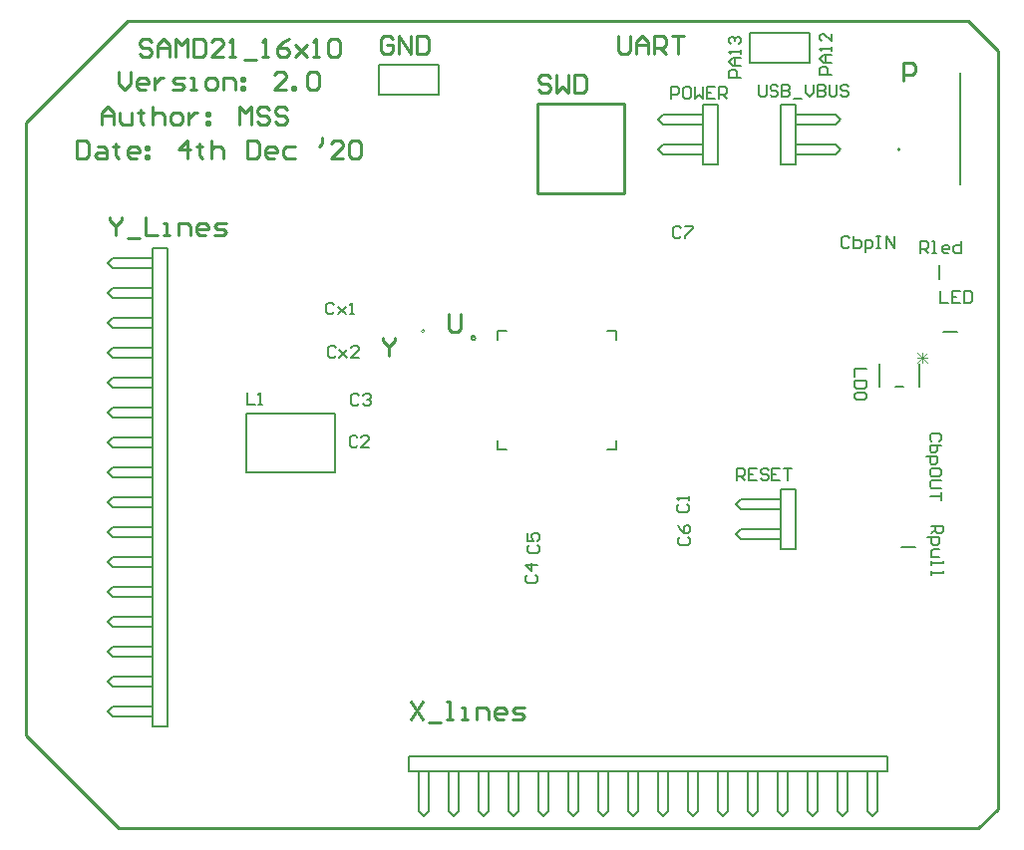
<source format=gto>
G04*
G04 #@! TF.GenerationSoftware,Altium Limited,Altium Designer,20.1.14 (287)*
G04*
G04 Layer_Color=65535*
%FSLAX44Y44*%
%MOMM*%
G71*
G04*
G04 #@! TF.SameCoordinates,01BF520F-FA88-4C74-87B3-3C0DA752D8B3*
G04*
G04*
G04 #@! TF.FilePolarity,Positive*
G04*
G01*
G75*
%ADD10C,0.0000*%
%ADD11C,0.2000*%
%ADD12C,0.0500*%
%ADD13C,0.2540*%
%ADD14C,0.1270*%
%ADD15C,0.1524*%
%ADD16C,0.1500*%
%ADD17C,0.0762*%
D10*
X1619930Y1294260D02*
G03*
X1619930Y1294260I-1270J0D01*
G01*
D11*
X1259223Y1134160D02*
G03*
X1259223Y1134160I-1803J0D01*
G01*
X1139860Y1020210D02*
Y1045210D01*
X1064860Y1020210D02*
X1139860D01*
X1064860D02*
Y1070210D01*
X1139860D01*
Y1045210D02*
Y1070210D01*
X985520Y1210310D02*
X998220D01*
X985520Y803910D02*
Y1210310D01*
Y803910D02*
X998220D01*
X951653Y1201843D02*
X985520D01*
X947420Y1197610D02*
X951653Y1201843D01*
X947420Y1197610D02*
X951653Y1193377D01*
X985520D01*
X951653Y1176443D02*
X985520D01*
X947420Y1172210D02*
X951653Y1176443D01*
X947420Y1172210D02*
X951653Y1167977D01*
X985520D01*
X951653Y1151043D02*
X985520D01*
X947420Y1146810D02*
X951653Y1151043D01*
X947420Y1146810D02*
X951653Y1142577D01*
X985520D01*
X951653Y1125643D02*
X985520D01*
X947420Y1121410D02*
X951653Y1125643D01*
X947420Y1121410D02*
X951653Y1117177D01*
X985520D01*
X951653Y1100243D02*
X985520D01*
X947420Y1096010D02*
X951653Y1100243D01*
X947420Y1096010D02*
X951653Y1091777D01*
X985520D01*
X951653Y1074843D02*
X985520D01*
X947420Y1070610D02*
X951653Y1074843D01*
X947420Y1070610D02*
X951653Y1066377D01*
X985520D01*
X951653Y1049443D02*
X985520D01*
X947420Y1045210D02*
X951653Y1049443D01*
X947420Y1045210D02*
X951653Y1040977D01*
X985520D01*
X951653Y1024043D02*
X985520D01*
X947420Y1019810D02*
X951653Y1024043D01*
X947420Y1019810D02*
X951653Y1015577D01*
X985520D01*
X951653Y998643D02*
X985520D01*
X947420Y994410D02*
X951653Y998643D01*
X947420Y994410D02*
X951653Y990177D01*
X985520D01*
X951653Y973243D02*
X985520D01*
X947420Y969010D02*
X951653Y973243D01*
X947420Y969010D02*
X951653Y964777D01*
X985520D01*
X951653Y947843D02*
X985520D01*
X947420Y943610D02*
X951653Y947843D01*
X947420Y943610D02*
X951653Y939377D01*
X985520D01*
X951653Y922443D02*
X985520D01*
X947420Y918210D02*
X951653Y922443D01*
X947420Y918210D02*
X951653Y913977D01*
X985520D01*
X951653Y897043D02*
X985520D01*
X947420Y892810D02*
X951653Y897043D01*
X947420Y892810D02*
X951653Y888577D01*
X985520D01*
X951653Y871643D02*
X985520D01*
X947420Y867410D02*
X951653Y871643D01*
X947420Y867410D02*
X951653Y863177D01*
X985520D01*
X951653Y846243D02*
X985520D01*
X947420Y842010D02*
X951653Y846243D01*
X947420Y842010D02*
X951653Y837777D01*
X985520D01*
X951653Y820843D02*
X985520D01*
X947420Y816610D02*
X951653Y820843D01*
X947420Y816610D02*
X951653Y812377D01*
X985520D01*
X998220Y1191260D02*
Y1210310D01*
Y803910D02*
Y1191260D01*
X1177290Y1341120D02*
Y1366520D01*
X1228090D01*
Y1341120D02*
Y1366520D01*
X1177290Y1341120D02*
X1228090D01*
X1492250Y1367790D02*
Y1393190D01*
X1543050D01*
Y1367790D02*
Y1393190D01*
X1492250Y1367790D02*
X1543050D01*
X1202690Y765810D02*
Y778510D01*
Y765810D02*
X1609090D01*
Y778510D01*
X1211157Y731943D02*
Y765810D01*
Y731943D02*
X1215390Y727710D01*
X1219623Y731943D01*
Y765810D01*
X1236557Y731943D02*
Y765810D01*
Y731943D02*
X1240790Y727710D01*
X1245023Y731943D01*
Y765810D01*
X1261957Y731943D02*
Y765810D01*
Y731943D02*
X1266190Y727710D01*
X1270423Y731943D01*
Y765810D01*
X1287357Y731943D02*
Y765810D01*
Y731943D02*
X1291590Y727710D01*
X1295823Y731943D01*
Y765810D01*
X1312757Y731943D02*
Y765810D01*
Y731943D02*
X1316990Y727710D01*
X1321223Y731943D01*
Y765810D01*
X1338157Y731943D02*
Y765810D01*
Y731943D02*
X1342390Y727710D01*
X1346623Y731943D01*
Y765810D01*
X1363557Y731943D02*
Y765810D01*
Y731943D02*
X1367790Y727710D01*
X1372023Y731943D01*
Y765810D01*
X1388957Y731943D02*
Y765810D01*
Y731943D02*
X1393190Y727710D01*
X1397423Y731943D01*
Y765810D01*
X1414357Y731943D02*
Y765810D01*
Y731943D02*
X1418590Y727710D01*
X1422823Y731943D01*
Y765810D01*
X1439757Y731943D02*
Y765810D01*
Y731943D02*
X1443990Y727710D01*
X1448223Y731943D01*
Y765810D01*
X1465157Y731943D02*
Y765810D01*
Y731943D02*
X1469390Y727710D01*
X1473623Y731943D01*
Y765810D01*
X1490557Y731943D02*
Y765810D01*
Y731943D02*
X1494790Y727710D01*
X1499023Y731943D01*
Y765810D01*
X1515957Y731943D02*
Y765810D01*
Y731943D02*
X1520190Y727710D01*
X1524423Y731943D01*
Y765810D01*
X1541357Y731943D02*
Y765810D01*
Y731943D02*
X1545590Y727710D01*
X1549823Y731943D01*
Y765810D01*
X1566757Y731943D02*
Y765810D01*
Y731943D02*
X1570990Y727710D01*
X1575223Y731943D01*
Y765810D01*
X1592157Y731943D02*
Y765810D01*
Y731943D02*
X1596390Y727710D01*
X1600623Y731943D01*
Y765810D01*
X1202690Y778510D02*
X1221740D01*
X1609090D01*
X1531620Y1281430D02*
Y1332230D01*
X1518920D02*
X1531620D01*
X1518920Y1281430D02*
X1531620D01*
X1518920D02*
Y1332230D01*
X1531620Y1289897D02*
X1565487D01*
X1569720Y1294130D01*
X1565487Y1298363D02*
X1569720Y1294130D01*
X1531620Y1298363D02*
X1565487D01*
X1531620Y1315297D02*
X1565487D01*
X1569720Y1319530D01*
X1565487Y1323763D02*
X1569720Y1319530D01*
X1531620Y1323763D02*
X1565487D01*
X1620870Y956310D02*
X1632870D01*
X1653540Y1183990D02*
Y1195990D01*
X1518920Y955040D02*
Y1005840D01*
Y955040D02*
X1531620D01*
X1518920Y1005840D02*
X1531620D01*
Y955040D02*
Y1005840D01*
X1485053Y997373D02*
X1518920D01*
X1480820Y993140D02*
X1485053Y997373D01*
X1480820Y993140D02*
X1485053Y988907D01*
X1485053Y988907D02*
X1518920D01*
X1485053Y971973D02*
X1518920D01*
X1480820Y967740D02*
X1485053Y971973D01*
X1480820Y967740D02*
X1485053Y963507D01*
X1518920D01*
X1452880Y1281430D02*
Y1332230D01*
Y1281430D02*
X1465580D01*
X1452880Y1332230D02*
X1465580D01*
Y1281430D02*
Y1332230D01*
X1419013Y1323763D02*
X1452880D01*
X1414780Y1319530D02*
X1419013Y1323763D01*
X1414780Y1319530D02*
X1419013Y1315297D01*
X1419013Y1315297D02*
X1452880D01*
X1419013Y1298363D02*
X1452880D01*
X1414780Y1294130D02*
X1419013Y1298363D01*
X1414780Y1294130D02*
X1419013Y1289897D01*
X1452880D01*
X1656430Y1139300D02*
X1668430D01*
D12*
X1216224Y1139900D02*
G03*
X1216224Y1139900I-1414J0D01*
G01*
D13*
X1703070Y734060D02*
Y737870D01*
Y938530D01*
X1686560Y717550D02*
X1703070Y734060D01*
X956310Y717550D02*
X1686560D01*
X877570Y796290D02*
X956310Y717550D01*
X877570Y1316990D02*
X877570Y796290D01*
X877570Y1316990D02*
X963930Y1403350D01*
X1220470D01*
X1703070Y938530D02*
Y1374775D01*
X1220470Y1403350D02*
X1677670D01*
X1703070Y1377950D01*
Y1371600D02*
Y1377950D01*
X1311910Y1333500D02*
X1385570D01*
Y1257300D02*
Y1333500D01*
X1311910Y1257300D02*
X1385570D01*
X1311910D02*
Y1333500D01*
X920750Y1301745D02*
Y1286510D01*
X928367D01*
X930907Y1289049D01*
Y1299206D01*
X928367Y1301745D01*
X920750D01*
X938524Y1296667D02*
X943603D01*
X946142Y1294128D01*
Y1286510D01*
X938524D01*
X935985Y1289049D01*
X938524Y1291588D01*
X946142D01*
X953759Y1299206D02*
Y1296667D01*
X951220D01*
X956299D01*
X953759D01*
Y1289049D01*
X956299Y1286510D01*
X971534D02*
X966455D01*
X963916Y1289049D01*
Y1294128D01*
X966455Y1296667D01*
X971534D01*
X974073Y1294128D01*
Y1291588D01*
X963916D01*
X979151Y1296667D02*
X981690D01*
Y1294128D01*
X979151D01*
Y1296667D01*
Y1289049D02*
X981690D01*
Y1286510D01*
X979151D01*
Y1289049D01*
X1014700Y1286510D02*
Y1301745D01*
X1007082Y1294128D01*
X1017239D01*
X1024856Y1299206D02*
Y1296667D01*
X1022317D01*
X1027395D01*
X1024856D01*
Y1289049D01*
X1027395Y1286510D01*
X1035013Y1301745D02*
Y1286510D01*
Y1294128D01*
X1037552Y1296667D01*
X1042631D01*
X1045170Y1294128D01*
Y1286510D01*
X1065483Y1301745D02*
Y1286510D01*
X1073101D01*
X1075640Y1289049D01*
Y1299206D01*
X1073101Y1301745D01*
X1065483D01*
X1088336Y1286510D02*
X1083257D01*
X1080718Y1289049D01*
Y1294128D01*
X1083257Y1296667D01*
X1088336D01*
X1090875Y1294128D01*
Y1291588D01*
X1080718D01*
X1106110Y1296667D02*
X1098493D01*
X1095953Y1294128D01*
Y1289049D01*
X1098493Y1286510D01*
X1106110D01*
X1128963Y1304284D02*
Y1299206D01*
X1126423Y1296667D01*
X1146737Y1286510D02*
X1136580D01*
X1146737Y1296667D01*
Y1299206D01*
X1144198Y1301745D01*
X1139119D01*
X1136580Y1299206D01*
X1151815D02*
X1154354Y1301745D01*
X1159433D01*
X1161972Y1299206D01*
Y1289049D01*
X1159433Y1286510D01*
X1154354D01*
X1151815Y1289049D01*
Y1299206D01*
X942340Y1315720D02*
Y1325877D01*
X947418Y1330955D01*
X952497Y1325877D01*
Y1315720D01*
Y1323338D01*
X942340D01*
X957575Y1325877D02*
Y1318259D01*
X960114Y1315720D01*
X967732D01*
Y1325877D01*
X975349Y1328416D02*
Y1325877D01*
X972810D01*
X977888D01*
X975349D01*
Y1318259D01*
X977888Y1315720D01*
X985506Y1330955D02*
Y1315720D01*
Y1323338D01*
X988045Y1325877D01*
X993124D01*
X995663Y1323338D01*
Y1315720D01*
X1003280D02*
X1008359D01*
X1010898Y1318259D01*
Y1323338D01*
X1008359Y1325877D01*
X1003280D01*
X1000741Y1323338D01*
Y1318259D01*
X1003280Y1315720D01*
X1015976Y1325877D02*
Y1315720D01*
Y1320798D01*
X1018515Y1323338D01*
X1021055Y1325877D01*
X1023594D01*
X1031211D02*
X1033750D01*
Y1323338D01*
X1031211D01*
Y1325877D01*
Y1318259D02*
X1033750D01*
Y1315720D01*
X1031211D01*
Y1318259D01*
X1059142Y1315720D02*
Y1330955D01*
X1064221Y1325877D01*
X1069299Y1330955D01*
Y1315720D01*
X1084534Y1328416D02*
X1081995Y1330955D01*
X1076917D01*
X1074377Y1328416D01*
Y1325877D01*
X1076917Y1323338D01*
X1081995D01*
X1084534Y1320798D01*
Y1318259D01*
X1081995Y1315720D01*
X1076917D01*
X1074377Y1318259D01*
X1099769Y1328416D02*
X1097230Y1330955D01*
X1092151D01*
X1089612Y1328416D01*
Y1325877D01*
X1092151Y1323338D01*
X1097230D01*
X1099769Y1320798D01*
Y1318259D01*
X1097230Y1315720D01*
X1092151D01*
X1089612Y1318259D01*
X956310Y1360165D02*
Y1350008D01*
X961388Y1344930D01*
X966467Y1350008D01*
Y1360165D01*
X979163Y1344930D02*
X974084D01*
X971545Y1347469D01*
Y1352547D01*
X974084Y1355087D01*
X979163D01*
X981702Y1352547D01*
Y1350008D01*
X971545D01*
X986780Y1355087D02*
Y1344930D01*
Y1350008D01*
X989319Y1352547D01*
X991859Y1355087D01*
X994398D01*
X1002015Y1344930D02*
X1009633D01*
X1012172Y1347469D01*
X1009633Y1350008D01*
X1004554D01*
X1002015Y1352547D01*
X1004554Y1355087D01*
X1012172D01*
X1017250Y1344930D02*
X1022329D01*
X1019790D01*
Y1355087D01*
X1017250D01*
X1032485Y1344930D02*
X1037564D01*
X1040103Y1347469D01*
Y1352547D01*
X1037564Y1355087D01*
X1032485D01*
X1029946Y1352547D01*
Y1347469D01*
X1032485Y1344930D01*
X1045181D02*
Y1355087D01*
X1052799D01*
X1055338Y1352547D01*
Y1344930D01*
X1060416Y1355087D02*
X1062955D01*
Y1352547D01*
X1060416D01*
Y1355087D01*
Y1347469D02*
X1062955D01*
Y1344930D01*
X1060416D01*
Y1347469D01*
X1098504Y1344930D02*
X1088347D01*
X1098504Y1355087D01*
Y1357626D01*
X1095965Y1360165D01*
X1090887D01*
X1088347Y1357626D01*
X1103582Y1344930D02*
Y1347469D01*
X1106122D01*
Y1344930D01*
X1103582D01*
X1116278Y1357626D02*
X1118817Y1360165D01*
X1123896D01*
X1126435Y1357626D01*
Y1347469D01*
X1123896Y1344930D01*
X1118817D01*
X1116278Y1347469D01*
Y1357626D01*
X984247Y1385565D02*
X981708Y1388104D01*
X976629D01*
X974090Y1385565D01*
Y1383026D01*
X976629Y1380487D01*
X981708D01*
X984247Y1377948D01*
Y1375408D01*
X981708Y1372869D01*
X976629D01*
X974090Y1375408D01*
X989325Y1372869D02*
Y1383026D01*
X994403Y1388104D01*
X999482Y1383026D01*
Y1372869D01*
Y1380487D01*
X989325D01*
X1004560Y1372869D02*
Y1388104D01*
X1009639Y1383026D01*
X1014717Y1388104D01*
Y1372869D01*
X1019795Y1388104D02*
Y1372869D01*
X1027413D01*
X1029952Y1375408D01*
Y1385565D01*
X1027413Y1388104D01*
X1019795D01*
X1045187Y1372869D02*
X1035030D01*
X1045187Y1383026D01*
Y1385565D01*
X1042648Y1388104D01*
X1037570D01*
X1035030Y1385565D01*
X1050265Y1372869D02*
X1055344D01*
X1052804D01*
Y1388104D01*
X1050265Y1385565D01*
X1062961Y1370330D02*
X1073118D01*
X1078196Y1372869D02*
X1083275D01*
X1080735D01*
Y1388104D01*
X1078196Y1385565D01*
X1101049Y1388104D02*
X1095971Y1385565D01*
X1090892Y1380487D01*
Y1375408D01*
X1093431Y1372869D01*
X1098510D01*
X1101049Y1375408D01*
Y1377948D01*
X1098510Y1380487D01*
X1090892D01*
X1106127Y1383026D02*
X1116284Y1372869D01*
X1111206Y1377948D01*
X1116284Y1383026D01*
X1106127Y1372869D01*
X1121362D02*
X1126441D01*
X1123902D01*
Y1388104D01*
X1121362Y1385565D01*
X1134058D02*
X1136597Y1388104D01*
X1141676D01*
X1144215Y1385565D01*
Y1375408D01*
X1141676Y1372869D01*
X1136597D01*
X1134058Y1375408D01*
Y1385565D01*
X1188971Y1387852D02*
X1186432Y1390391D01*
X1181353D01*
X1178814Y1387852D01*
Y1377695D01*
X1181353Y1375156D01*
X1186432D01*
X1188971Y1377695D01*
Y1382773D01*
X1183892D01*
X1194049Y1375156D02*
Y1390391D01*
X1204206Y1375156D01*
Y1390391D01*
X1209284D02*
Y1375156D01*
X1216902D01*
X1219441Y1377695D01*
Y1387852D01*
X1216902Y1390391D01*
X1209284D01*
X948944Y1236721D02*
Y1234182D01*
X954022Y1229103D01*
X959101Y1234182D01*
Y1236721D01*
X954022Y1229103D02*
Y1221486D01*
X964179Y1218947D02*
X974336D01*
X979414Y1236721D02*
Y1221486D01*
X989571D01*
X994649D02*
X999728D01*
X997188D01*
Y1231643D01*
X994649D01*
X1007345Y1221486D02*
Y1231643D01*
X1014963D01*
X1017502Y1229103D01*
Y1221486D01*
X1030198D02*
X1025119D01*
X1022580Y1224025D01*
Y1229103D01*
X1025119Y1231643D01*
X1030198D01*
X1032737Y1229103D01*
Y1226564D01*
X1022580D01*
X1037815Y1221486D02*
X1045433D01*
X1047972Y1224025D01*
X1045433Y1226564D01*
X1040354D01*
X1037815Y1229103D01*
X1040354Y1231643D01*
X1047972D01*
X1204214Y825241D02*
X1214371Y810006D01*
Y825241D02*
X1204214Y810006D01*
X1219449Y807467D02*
X1229606D01*
X1234684Y810006D02*
X1239762D01*
X1237223D01*
Y825241D01*
X1234684D01*
X1247380Y810006D02*
X1252458D01*
X1249919D01*
Y820163D01*
X1247380D01*
X1260076Y810006D02*
Y820163D01*
X1267693D01*
X1270233Y817624D01*
Y810006D01*
X1282928D02*
X1277850D01*
X1275311Y812545D01*
Y817624D01*
X1277850Y820163D01*
X1282928D01*
X1285468Y817624D01*
Y815084D01*
X1275311D01*
X1290546Y810006D02*
X1298164D01*
X1300703Y812545D01*
X1298164Y815084D01*
X1293085D01*
X1290546Y817624D01*
X1293085Y820163D01*
X1300703D01*
X1380499Y1390647D02*
Y1377952D01*
X1383038Y1375412D01*
X1388117D01*
X1390656Y1377952D01*
Y1390647D01*
X1395734Y1375412D02*
Y1385569D01*
X1400813Y1390647D01*
X1405891Y1385569D01*
Y1375412D01*
Y1383030D01*
X1395734D01*
X1410969Y1375412D02*
Y1390647D01*
X1418587D01*
X1421126Y1388108D01*
Y1383030D01*
X1418587Y1380491D01*
X1410969D01*
X1416048D02*
X1421126Y1375412D01*
X1426204Y1390647D02*
X1436361D01*
X1431283D01*
Y1375412D01*
X1236726Y1154171D02*
Y1141475D01*
X1239265Y1138936D01*
X1244343D01*
X1246883Y1141475D01*
Y1154171D01*
X1623062Y1352552D02*
Y1367787D01*
X1630679D01*
X1633218Y1365248D01*
Y1360170D01*
X1630679Y1357631D01*
X1623062D01*
X1181102Y1134108D02*
Y1131568D01*
X1186180Y1126490D01*
X1191258Y1131568D01*
Y1134108D01*
X1186180Y1126490D02*
Y1118873D01*
X1323337Y1355086D02*
X1320797Y1357625D01*
X1315719D01*
X1313180Y1355086D01*
Y1352547D01*
X1315719Y1350007D01*
X1320797D01*
X1323337Y1347468D01*
Y1344929D01*
X1320797Y1342390D01*
X1315719D01*
X1313180Y1344929D01*
X1328415Y1357625D02*
Y1342390D01*
X1333493Y1347468D01*
X1338572Y1342390D01*
Y1357625D01*
X1343650D02*
Y1342390D01*
X1351268D01*
X1353807Y1344929D01*
Y1355086D01*
X1351268Y1357625D01*
X1343650D01*
D14*
X1670660Y1264260D02*
Y1359260D01*
X1370920Y1039160D02*
X1378920D01*
Y1047160D01*
X1277920Y1039160D02*
X1285920D01*
X1277920D02*
Y1047160D01*
X1378920Y1132160D02*
Y1140160D01*
X1370920D02*
X1378920D01*
X1277920Y1132160D02*
Y1140160D01*
X1285920D01*
D15*
X1602486Y1092581D02*
Y1112139D01*
X1615617Y1092581D02*
X1622883D01*
X1636014D02*
Y1112139D01*
D16*
X1160384Y1085372D02*
X1158718Y1087038D01*
X1155386D01*
X1153719Y1085372D01*
Y1078708D01*
X1155386Y1077042D01*
X1158718D01*
X1160384Y1078708D01*
X1163716Y1085372D02*
X1165382Y1087038D01*
X1168715D01*
X1170381Y1085372D01*
Y1083706D01*
X1168715Y1082040D01*
X1167048D01*
X1168715D01*
X1170381Y1080374D01*
Y1078708D01*
X1168715Y1077042D01*
X1165382D01*
X1163716Y1078708D01*
X1159114Y1049812D02*
X1157448Y1051478D01*
X1154116D01*
X1152449Y1049812D01*
Y1043148D01*
X1154116Y1041482D01*
X1157448D01*
X1159114Y1043148D01*
X1169111Y1041482D02*
X1162446D01*
X1169111Y1048146D01*
Y1049812D01*
X1167445Y1051478D01*
X1164112D01*
X1162446Y1049812D01*
X1065276Y1087719D02*
Y1077722D01*
X1071941D01*
X1075273D02*
X1078605D01*
X1076939D01*
Y1087719D01*
X1075273Y1086053D01*
X1484400Y1355320D02*
X1474403D01*
Y1360318D01*
X1476069Y1361985D01*
X1479402D01*
X1481068Y1360318D01*
Y1355320D01*
X1484400Y1365317D02*
X1477735D01*
X1474403Y1368649D01*
X1477735Y1371981D01*
X1484400D01*
X1479402D01*
Y1365317D01*
X1484400Y1375314D02*
Y1378646D01*
Y1376980D01*
X1474403D01*
X1476069Y1375314D01*
Y1383644D02*
X1474403Y1385310D01*
Y1388643D01*
X1476069Y1390309D01*
X1477735D01*
X1479402Y1388643D01*
Y1386976D01*
Y1388643D01*
X1481068Y1390309D01*
X1482734D01*
X1484400Y1388643D01*
Y1385310D01*
X1482734Y1383644D01*
X1561870Y1357860D02*
X1551873D01*
Y1362858D01*
X1553539Y1364525D01*
X1556872D01*
X1558538Y1362858D01*
Y1357860D01*
X1561870Y1367857D02*
X1555206D01*
X1551873Y1371189D01*
X1555206Y1374521D01*
X1561870D01*
X1556872D01*
Y1367857D01*
X1561870Y1377854D02*
Y1381186D01*
Y1379520D01*
X1551873D01*
X1553539Y1377854D01*
X1561870Y1392849D02*
Y1386184D01*
X1555206Y1392849D01*
X1553539D01*
X1551873Y1391183D01*
Y1387850D01*
X1553539Y1386184D01*
X1499649Y1349491D02*
Y1341161D01*
X1501315Y1339495D01*
X1504647D01*
X1506313Y1341161D01*
Y1349491D01*
X1516310Y1347825D02*
X1514644Y1349491D01*
X1511312D01*
X1509646Y1347825D01*
Y1346159D01*
X1511312Y1344493D01*
X1514644D01*
X1516310Y1342827D01*
Y1341161D01*
X1514644Y1339495D01*
X1511312D01*
X1509646Y1341161D01*
X1519643Y1349491D02*
Y1339495D01*
X1524641D01*
X1526307Y1341161D01*
Y1342827D01*
X1524641Y1344493D01*
X1519643D01*
X1524641D01*
X1526307Y1346159D01*
Y1347825D01*
X1524641Y1349491D01*
X1519643D01*
X1529639Y1337829D02*
X1536304D01*
X1539636Y1349491D02*
Y1342827D01*
X1542968Y1339495D01*
X1546301Y1342827D01*
Y1349491D01*
X1549633D02*
Y1339495D01*
X1554631D01*
X1556297Y1341161D01*
Y1342827D01*
X1554631Y1344493D01*
X1549633D01*
X1554631D01*
X1556297Y1346159D01*
Y1347825D01*
X1554631Y1349491D01*
X1549633D01*
X1559630D02*
Y1341161D01*
X1561296Y1339495D01*
X1564628D01*
X1566294Y1341161D01*
Y1349491D01*
X1576291Y1347825D02*
X1574625Y1349491D01*
X1571293D01*
X1569626Y1347825D01*
Y1346159D01*
X1571293Y1344493D01*
X1574625D01*
X1576291Y1342827D01*
Y1341161D01*
X1574625Y1339495D01*
X1571293D01*
X1569626Y1341161D01*
X1646398Y974597D02*
X1656395D01*
Y969598D01*
X1654728Y967932D01*
X1651396D01*
X1649730Y969598D01*
Y974597D01*
Y971264D02*
X1646398Y967932D01*
X1643065Y964600D02*
X1653062D01*
Y959601D01*
X1651396Y957935D01*
X1648064D01*
X1646398Y959601D01*
Y964600D01*
X1653062Y954603D02*
X1648064D01*
X1646398Y952937D01*
Y947939D01*
X1653062D01*
X1646398Y944606D02*
Y941274D01*
Y942940D01*
X1656395D01*
Y944606D01*
X1646398Y936276D02*
Y932943D01*
Y934610D01*
X1656395D01*
Y936276D01*
X1637030Y1206500D02*
Y1216497D01*
X1642028D01*
X1643694Y1214831D01*
Y1211498D01*
X1642028Y1209832D01*
X1637030D01*
X1640362D02*
X1643694Y1206500D01*
X1647027D02*
X1650359D01*
X1648693D01*
Y1216497D01*
X1647027D01*
X1660356Y1206500D02*
X1657024D01*
X1655357Y1208166D01*
Y1211498D01*
X1657024Y1213165D01*
X1660356D01*
X1662022Y1211498D01*
Y1209832D01*
X1655357D01*
X1672019Y1216497D02*
Y1206500D01*
X1667020D01*
X1665354Y1208166D01*
Y1211498D01*
X1667020Y1213165D01*
X1672019D01*
X1481328Y1013460D02*
Y1023457D01*
X1486326D01*
X1487993Y1021791D01*
Y1018458D01*
X1486326Y1016792D01*
X1481328D01*
X1484660D02*
X1487993Y1013460D01*
X1497989Y1023457D02*
X1491325D01*
Y1013460D01*
X1497989D01*
X1491325Y1018458D02*
X1494657D01*
X1507986Y1021791D02*
X1506320Y1023457D01*
X1502988D01*
X1501322Y1021791D01*
Y1020125D01*
X1502988Y1018458D01*
X1506320D01*
X1507986Y1016792D01*
Y1015126D01*
X1506320Y1013460D01*
X1502988D01*
X1501322Y1015126D01*
X1517983Y1023457D02*
X1511318D01*
Y1013460D01*
X1517983D01*
X1511318Y1018458D02*
X1514651D01*
X1521315Y1023457D02*
X1527980D01*
X1524647D01*
Y1013460D01*
X1425744Y1337392D02*
Y1347388D01*
X1430743D01*
X1432409Y1345722D01*
Y1342390D01*
X1430743Y1340724D01*
X1425744D01*
X1440739Y1347388D02*
X1437407D01*
X1435741Y1345722D01*
Y1339058D01*
X1437407Y1337392D01*
X1440739D01*
X1442406Y1339058D01*
Y1345722D01*
X1440739Y1347388D01*
X1445738D02*
Y1337392D01*
X1449070Y1340724D01*
X1452402Y1337392D01*
Y1347388D01*
X1462399D02*
X1455735D01*
Y1337392D01*
X1462399D01*
X1455735Y1342390D02*
X1459067D01*
X1465731Y1337392D02*
Y1347388D01*
X1470730D01*
X1472396Y1345722D01*
Y1342390D01*
X1470730Y1340724D01*
X1465731D01*
X1469064D02*
X1472396Y1337392D01*
X1654048Y1173825D02*
Y1163828D01*
X1660712D01*
X1670709Y1173825D02*
X1664045D01*
Y1163828D01*
X1670709D01*
X1664045Y1168826D02*
X1667377D01*
X1674042Y1173825D02*
Y1163828D01*
X1679040D01*
X1680706Y1165494D01*
Y1172159D01*
X1679040Y1173825D01*
X1674042D01*
X1591228Y1108069D02*
X1581232D01*
Y1101404D01*
X1591228Y1098072D02*
X1581232D01*
Y1093074D01*
X1582898Y1091408D01*
X1589562D01*
X1591228Y1093074D01*
Y1098072D01*
Y1083077D02*
Y1086409D01*
X1589562Y1088075D01*
X1582898D01*
X1581232Y1086409D01*
Y1083077D01*
X1582898Y1081411D01*
X1589562D01*
X1591228Y1083077D01*
X1140520Y1125677D02*
X1138854Y1127343D01*
X1135522D01*
X1133856Y1125677D01*
Y1119012D01*
X1135522Y1117346D01*
X1138854D01*
X1140520Y1119012D01*
X1143853Y1124010D02*
X1150517Y1117346D01*
X1147185Y1120678D01*
X1150517Y1124010D01*
X1143853Y1117346D01*
X1160514D02*
X1153850D01*
X1160514Y1124010D01*
Y1125677D01*
X1158848Y1127343D01*
X1155516D01*
X1153850Y1125677D01*
X1139250Y1162507D02*
X1137584Y1164173D01*
X1134252D01*
X1132586Y1162507D01*
Y1155842D01*
X1134252Y1154176D01*
X1137584D01*
X1139250Y1155842D01*
X1142583Y1160841D02*
X1149247Y1154176D01*
X1145915Y1157508D01*
X1149247Y1160841D01*
X1142583Y1154176D01*
X1152580D02*
X1155912D01*
X1154246D01*
Y1164173D01*
X1152580Y1162507D01*
X1653458Y1046550D02*
X1655125Y1048216D01*
Y1051548D01*
X1653458Y1053214D01*
X1646794D01*
X1645128Y1051548D01*
Y1048216D01*
X1646794Y1046550D01*
X1655125Y1043217D02*
X1645128D01*
Y1038219D01*
X1646794Y1036553D01*
X1648460D01*
X1650126D01*
X1651792Y1038219D01*
Y1043217D01*
X1641796Y1033221D02*
X1651792D01*
Y1028222D01*
X1650126Y1026556D01*
X1646794D01*
X1645128Y1028222D01*
Y1033221D01*
X1655125Y1018225D02*
Y1021558D01*
X1653458Y1023224D01*
X1646794D01*
X1645128Y1021558D01*
Y1018225D01*
X1646794Y1016559D01*
X1653458D01*
X1655125Y1018225D01*
Y1013227D02*
X1646794D01*
X1645128Y1011561D01*
Y1008229D01*
X1646794Y1006563D01*
X1655125D01*
Y1003230D02*
Y996566D01*
Y999898D01*
X1645128D01*
X1576752Y1219118D02*
X1575086Y1220785D01*
X1571753D01*
X1570087Y1219118D01*
Y1212454D01*
X1571753Y1210788D01*
X1575086D01*
X1576752Y1212454D01*
X1580084Y1220785D02*
Y1210788D01*
X1585082D01*
X1586749Y1212454D01*
Y1214120D01*
Y1215786D01*
X1585082Y1217452D01*
X1580084D01*
X1590081Y1207456D02*
Y1217452D01*
X1595079D01*
X1596745Y1215786D01*
Y1212454D01*
X1595079Y1210788D01*
X1590081D01*
X1600078Y1220785D02*
X1603410D01*
X1601744D01*
Y1210788D01*
X1600078D01*
X1603410D01*
X1608408D02*
Y1220785D01*
X1615073Y1210788D01*
Y1220785D01*
X1433891Y1227277D02*
X1432224Y1228943D01*
X1428892D01*
X1427226Y1227277D01*
Y1220612D01*
X1428892Y1218946D01*
X1432224D01*
X1433891Y1220612D01*
X1437223Y1228943D02*
X1443887D01*
Y1227277D01*
X1437223Y1220612D01*
Y1218946D01*
X1433038Y964804D02*
X1431372Y963138D01*
Y959806D01*
X1433038Y958139D01*
X1439702D01*
X1441368Y959806D01*
Y963138D01*
X1439702Y964804D01*
X1431372Y974801D02*
X1433038Y971468D01*
X1436370Y968136D01*
X1439702D01*
X1441368Y969802D01*
Y973135D01*
X1439702Y974801D01*
X1438036D01*
X1436370Y973135D01*
Y968136D01*
X1304888Y958454D02*
X1303222Y956788D01*
Y953456D01*
X1304888Y951789D01*
X1311552D01*
X1313218Y953456D01*
Y956788D01*
X1311552Y958454D01*
X1303222Y968451D02*
Y961786D01*
X1308220D01*
X1306554Y965118D01*
Y966785D01*
X1308220Y968451D01*
X1311552D01*
X1313218Y966785D01*
Y963452D01*
X1311552Y961786D01*
X1303618Y933054D02*
X1301952Y931388D01*
Y928055D01*
X1303618Y926389D01*
X1310282D01*
X1311948Y928055D01*
Y931388D01*
X1310282Y933054D01*
X1311948Y941385D02*
X1301952D01*
X1306950Y936386D01*
Y943051D01*
X1431888Y993140D02*
X1430222Y991474D01*
Y988142D01*
X1431888Y986475D01*
X1438552D01*
X1440218Y988142D01*
Y991474D01*
X1438552Y993140D01*
X1440218Y996472D02*
Y999805D01*
Y998138D01*
X1430222D01*
X1431888Y996472D01*
D17*
X1643140Y1121600D02*
X1634676Y1113137D01*
Y1121600D02*
X1643140Y1113137D01*
X1638908Y1121600D02*
Y1113137D01*
X1634676Y1117368D02*
X1643140D01*
M02*

</source>
